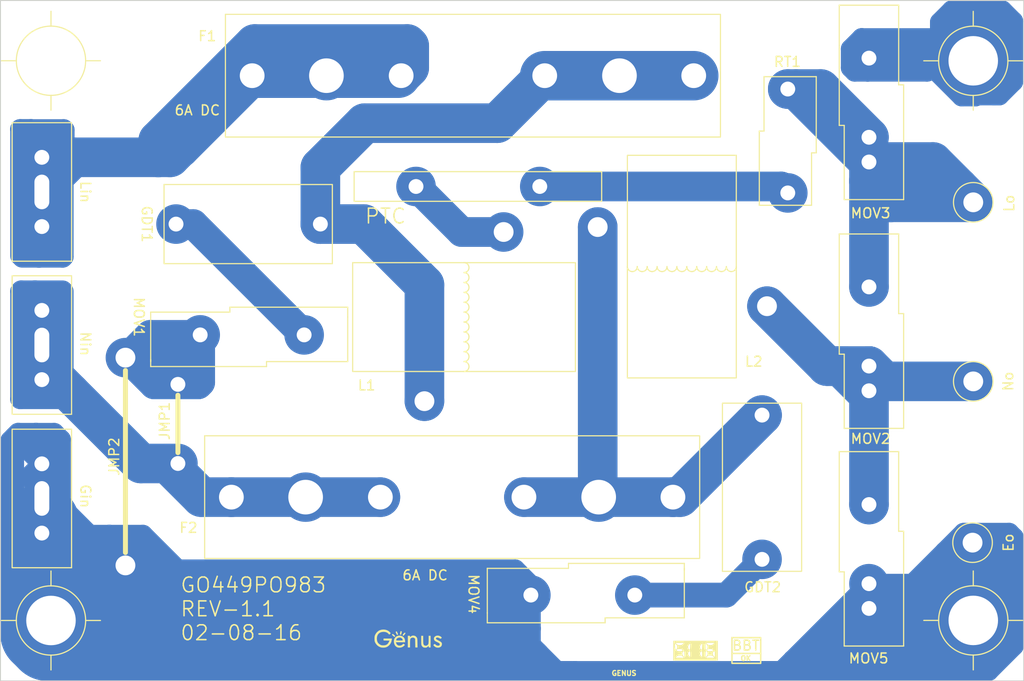
<source format=kicad_pcb>
(kicad_pcb (version 20211014) (generator pcbnew)
  (layers (0 "F.Cu" signal) (31 "B.Cu" signal) (34 "B.Paste" user) (35 "F.Paste" user) (36 "B.SilkS" user "B.Silkscreen") (37 "F.SilkS" user "F.Silkscreen") (38 "B.Mask" user) (39 "F.Mask" user) (44 "Edge.Cuts" user))
  (net 0 "")
  (net 1 "Net-(EO1-Pad1)")
  (net 2 "Net-(F1-Pad1)")
  (net 3 "Net-(F1-Pad2)")
  (net 4 "Net-(F2-Pad1)")
  (net 5 "Net-(F2-Pad2)")
  (net 6 "Net-(MOV1-Pad2)")
  (net 7 "Net-(GDT2-Pad1)")
  (net 8 "Net-(Lo1-Pad1)")
  (net 9 "Net-(L2-Pad2)")
  (net 10 "Earth_Protective")
  (net 11 "Net-(L1-Pad2)")
  (net 12 "Net-(PTC1-Pad2)")
  (net 14 "Net-(JP1-Pad2)")
  (footprint "CCU:Out_conn" (layer "F.Cu") (at 139.3 105.6 90)
    (fp_text reference "EO1" hide)
    (fp_text value "Eo" (at 0 3.628172 90 unlocked) (layer "F.SilkS"))
    (pad "1" thru_hole circle locked (at 0 0 90) (size 4 4) (drill 2) (layers *.Cu *.Mask) (remove_unused_layers) (net 1 "Net-(EO1-Pad1)"))
  )
  (footprint "CCU:Out_conn" (layer "F.Cu") (at 139.371828 71.2)
    (fp_text reference "Lo1" hide)
    (fp_text value "Lo" (at 3.628172 0.1 90 unlocked) (layer "F.SilkS"))
    (pad "1" thru_hole circle locked (at 0 0) (size 4 4) (drill 2) (layers *.Cu *.Mask) (remove_unused_layers) (net 8 "Net-(Lo1-Pad1)"))
  )
  (footprint "CCU:quickfit_PCB" (layer "F.Cu") (at 45.294128 70.151681 90)
    (fp_text reference "Lin1" hide)
    (fp_text value "Lin" (at 0 4.405872 270 unlocked) (layer "F.SilkS"))
    (pad "1" thru_hole circle locked (at -3.5 0 90) (size 2 2) (drill 1.5) (layers *.Cu *.Mask) (remove_unused_layers) (net 2 "Net-(F1-Pad1)"))
    (pad "1" thru_hole roundrect locked (at 0 0 90) (size 4 2) (drill oval 3.5 1.5) (layers *.Cu *.Mask) (remove_unused_layers) (net 2 "Net-(F1-Pad1)"))
    (pad "1" thru_hole circle locked (at 3.5 0 90) (size 2 2) (drill 1.5) (layers *.Cu *.Mask) (remove_unused_layers) (net 2 "Net-(F1-Pad1)"))
  )
  (footprint "CCU:Graphics" (layer "F.Cu") (at 111.3 116.5)
    (fp_text reference "G***" hide)
    (fp_text value "LOGO" hide)
  )
  (footprint "CCU:CCU_GND_PT" (layer "F.Cu") (at 46.216162 56.890035)
    (fp_text reference "H4" hide)
    (fp_text value "MountingHole_Pad" hide)
    (pad "1" thru_hole circle (at 0 0) (size 7 7) (drill 5) (layers *.Cu *.Mask) (remove_unused_layers))
  )
  (footprint "CCU:CCU_GND_PT" (layer "F.Cu") (at 139.371828 113.461257)
    (fp_text reference "H2" hide)
    (fp_text value "H2" hide)
    (pad "1" thru_hole circle (at 0 0) (size 7 7) (drill 5) (layers *.Cu *.Mask) (remove_unused_layers) (net 1 "Net-(EO1-Pad1)"))
  )
  (footprint "CCU:CCU_GND_PT" (layer "F.Cu") (at 139.368909 56.896463)
    (fp_text reference "H1" hide)
    (fp_text value "H1" hide)
    (pad "1" thru_hole circle locked (at 0 0) (size 7 7) (drill 5) (layers *.Cu *.Mask) (remove_unused_layers) (net 10 "Earth_Protective"))
  )
  (footprint "CCU:CCU_PTC" (layer "F.Cu") (at 89.336702 69.6)
    (fp_text reference "PTC1" hide)
    (fp_text value "PTC" (at -9.336702 3 unlocked) (layer "F.SilkS") (effects (font (size 1.5 1.5))))
    (pad "1" thru_hole circle locked (at -6.25 0) (size 4 4) (drill 1.5) (layers *.Cu *.Mask) (remove_unused_layers) (net 11 "Net-(L1-Pad2)"))
    (pad "2" thru_hole circle locked (at 6.25 0) (size 4 4) (drill 1.5) (layers *.Cu *.Mask) (remove_unused_layers) (net 12 "Net-(PTC1-Pad2)"))
  )
  (footprint "CCU:CCU_IND" (layer "F.Cu") (at 109.936702 77.7 -90)
    (fp_text reference "L2" hide)
    (fp_text value "L2" (at 9.6 -7.263298 unlocked) (layer "F.SilkS"))
    (pad "1" thru_hole circle (at -4 8.5 270) (size 4 4) (drill 2) (layers *.Cu *.Mask) (remove_unused_layers) (net 5 "Net-(F2-Pad2)"))
    (pad "2" thru_hole circle (at 4 -8.6 270) (size 4 4) (drill 2) (layers *.Cu *.Mask) (remove_unused_layers) (net 9 "Net-(L2-Pad2)"))
  )
  (footprint "CCU:Jump2" (layer "F.Cu") (at 53.736702 97.4 90)
    (fp_text reference "JP2" hide)
    (fp_text value "JMP2" (at 0.5 -1.136702 90 unlocked) (layer "F.SilkS"))
    (pad "1" thru_hole circle locked (at -10.5 0 90) (size 4 4) (drill 2) (layers *.Cu *.Mask) (remove_unused_layers) (net 1 "Net-(EO1-Pad1)"))
    (pad "2" thru_hole circle locked (at 10.5 0 90) (size 4 4) (drill 2) (layers *.Cu *.Mask) (remove_unused_layers) (net 14 "Net-(JP1-Pad2)"))
  )
  (footprint "CCU:genus_logo" (layer "F.Cu") (at 82.18419 115.392677)
    (fp_text reference "G***" hide)
    (fp_text value "LOGO" hide)
  )
  (footprint "CCU:quickfit_PCB" (layer "F.Cu") (at 45.294128 85.624526 90)
    (fp_text reference "Nin1" hide)
    (fp_text value "Nin" (at 0.124526 4.405872 270 unlocked) (layer "F.SilkS"))
    (pad "1" thru_hole roundrect locked (at 0 0 90) (size 4 2) (drill oval 3.5 1.5) (layers *.Cu *.Mask) (remove_unused_layers) (net 4 "Net-(F2-Pad1)"))
    (pad "1" thru_hole circle locked (at 3.5 0 90) (size 2 2) (drill 1.5) (layers *.Cu *.Mask) (remove_unused_layers) (net 4 "Net-(F2-Pad1)"))
    (pad "1" thru_hole circle locked (at -3.5 0 90) (size 2 2) (drill 1.5) (layers *.Cu *.Mask) (remove_unused_layers) (net 4 "Net-(F2-Pad1)"))
  )
  (footprint "CCU:CCU_Vari_1" (layer "F.Cu") (at 65.286702 84.6)
    (fp_text reference "MOV1" hide)
    (fp_text value "MOV1" (at -10.186702 -1.8 270 unlocked) (layer "F.SilkS"))
    (pad "1" thru_hole circle locked (at -4 0) (size 4 4) (drill 1.5) (layers *.Cu *.Mask) (remove_unused_layers) (net 14 "Net-(JP1-Pad2)"))
    (pad "2" thru_hole circle locked (at 6.5 0) (size 4 4) (drill 1.5) (layers *.Cu *.Mask) (remove_unused_layers) (net 6 "Net-(MOV1-Pad2)"))
  )
  (footprint "CCU:CCU_Vari" (layer "F.Cu") (at 128.836702 105.75 -90)
    (fp_text reference "MOV5" hide)
    (fp_text value "MOV5" (at 11.55 0.036702 unlocked) (layer "F.SilkS"))
    (pad "1" thru_hole circle locked (at 4 0 270) (size 4 4) (drill 1.5) (layers *.Cu *.Mask) (remove_unused_layers) (net 1 "Net-(EO1-Pad1)"))
    (pad "1" thru_hole circle locked (at 6.5 0 270) (size 4 4) (drill 1.5) (layers *.Cu *.Mask) (remove_unused_layers) (net 1 "Net-(EO1-Pad1)"))
    (pad "2" thru_hole circle locked (at -4 0 270) (size 4 4) (drill 1.5) (layers *.Cu *.Mask) (remove_unused_layers) (net 9 "Net-(L2-Pad2)"))
  )
  (footprint "CCU:Fuse_holder" (layer "F.Cu") (at 86.736702 101)
    (fp_text reference "F2" (at -26.636702 3.1 unlocked) (layer "F.SilkS"))
    (fp_text value "6A DC" (at -2.736702 7.9 unlocked) (layer "F.SilkS"))
    (pad "1" thru_hole circle locked (at -22.3 0) (size 4 4) (drill 2.5) (layers *.Cu *.Mask) (remove_unused_layers) (net 4 "Net-(F2-Pad1)"))
    (pad "1" thru_hole circle locked (at -14.8 0) (size 5 5) (drill 3.5) (layers *.Cu *.Mask) (remove_unused_layers) (net 4 "Net-(F2-Pad1)"))
    (pad "1" thru_hole circle locked (at -7.25 0) (size 4 4) (drill 2.5) (layers *.Cu *.Mask) (remove_unused_layers) (net 4 "Net-(F2-Pad1)"))
    (pad "2" thru_hole circle locked (at 22.3 0) (size 4 4) (drill 2.5) (layers *.Cu *.Mask) (remove_unused_layers) (net 5 "Net-(F2-Pad2)"))
    (pad "2" thru_hole circle locked (at 7.25 0) (size 4 4) (drill 2.5) (layers *.Cu *.Mask) (remove_unused_layers) (net 5 "Net-(F2-Pad2)"))
    (pad "2" thru_hole circle locked (at 14.8 0) (size 5 5) (drill 3.5) (layers *.Cu *.Mask) (remove_unused_layers) (net 5 "Net-(F2-Pad2)"))
  )
  (footprint "CCU:CCU_Vari" (layer "F.Cu") (at 128.836702 83.75 -90)
    (fp_text reference "MOV2" hide)
    (fp_text value "MOV2" (at 11.35 -0.163298 unlocked) (layer "F.SilkS"))
    (pad "1" thru_hole circle locked (at 6.5 0 270) (size 4 4) (drill 1.5) (layers *.Cu *.Mask) (remove_unused_layers) (net 9 "Net-(L2-Pad2)"))
    (pad "1" thru_hole circle locked (at 4 0 270) (size 4 4) (drill 1.5) (layers *.Cu *.Mask) (remove_unused_layers) (net 9 "Net-(L2-Pad2)"))
    (pad "2" thru_hole circle locked (at -4 0 270) (size 4 4) (drill 1.5) (layers *.Cu *.Mask) (remove_unused_layers) (net 8 "Net-(Lo1-Pad1)"))
  )
  (footprint "CCU:CCU_GND_PT" (layer "F.Cu") (at 46.216162 113.468243)
    (fp_text reference "H3" hide)
    (fp_text value "H2" hide)
    (pad "1" thru_hole circle locked (at 0 0) (size 7 7) (drill 5) (layers *.Cu *.Mask) (remove_unused_layers) (net 1 "Net-(EO1-Pad1)"))
  )
  (footprint "CCU:Jump1" (layer "F.Cu") (at 59.036702 93.6 90)
    (fp_text reference "JP1" hide)
    (fp_text value "JMP1" (at 0.3 -1.336702 90 unlocked) (layer "F.SilkS"))
    (pad "1" thru_hole circle locked (at -4 0 90) (size 2.5 2.5) (drill 1.5) (layers *.Cu *.Mask) (remove_unused_layers) (net 4 "Net-(F2-Pad1)"))
    (pad "2" thru_hole circle locked (at 4 0 90) (size 2.5 2.5) (drill 1.5) (layers *.Cu *.Mask) (remove_unused_layers) (net 14 "Net-(JP1-Pad2)"))
  )
  (footprint "CCU:Out_conn" (layer "F.Cu") (at 139.371828 89.3)
    (fp_text reference "No1" hide)
    (fp_text value "No" (at 3.528172 0 90 unlocked) (layer "F.SilkS"))
    (pad "1" thru_hole circle locked (at 0 0) (size 4 4) (drill 2) (layers *.Cu *.Mask) (remove_unused_layers) (net 9 "Net-(L2-Pad2)"))
  )
  (footprint "CCU:CCU_RTI" (layer "F.Cu") (at 120.636702 65 90)
    (fp_text reference "RT1" hide)
    (fp_text value "RT1" (at 8 -0.036702 unlocked) (layer "F.SilkS"))
    (pad "1" thru_hole circle locked (at -5.25 0 90) (size 4 4) (drill 1.5) (layers *.Cu *.Mask) (remove_unused_layers) (net 12 "Net-(PTC1-Pad2)"))
    (pad "2" thru_hole circle locked (at 5.25 0 90) (size 4 4) (drill 1.5) (layers *.Cu *.Mask) (remove_unused_layers) (net 8 "Net-(Lo1-Pad1)"))
  )
  (footprint "CCU:CCU_Vari" (layer "F.Cu") (at 128.836702 60.625 -90)
    (fp_text reference "MOV3" hide)
    (fp_text value "MOV3" (at 11.675 -0.163298 unlocked) (layer "F.SilkS"))
    (pad "1" thru_hole circle (at 6.5 0 270) (size 4 4) (drill 1.5) (layers *.Cu *.Mask) (remove_unused_layers) (net 8 "Net-(Lo1-Pad1)"))
    (pad "1" thru_hole circle (at 4 0 270) (size 4 4) (drill 1.5) (layers *.Cu *.Mask) (remove_unused_layers) (net 8 "Net-(Lo1-Pad1)"))
    (pad "2" thru_hole circle (at -4 0 270) (size 4 4) (drill 1.5) (layers *.Cu *.Mask) (remove_unused_layers) (net 10 "Earth_Protective"))
  )
  (footprint "CCU:Fuse_holder" (layer "F.Cu") (at 88.836702 58.4)
    (fp_text reference "F1" (at -26.836702 -4 unlocked) (layer "F.SilkS"))
    (fp_text value "6A DC" (at -27.836702 3.5 unlocked) (layer "F.SilkS"))
    (pad "1" thru_hole circle locked (at -22.3 0) (size 4 4) (drill 2.5) (layers *.Cu *.Mask) (remove_unused_layers) (net 2 "Net-(F1-Pad1)"))
    (pad "1" thru_hole circle locked (at -14.8 0) (size 5 5) (drill 3.5) (layers *.Cu *.Mask) (remove_unused_layers) (net 2 "Net-(F1-Pad1)"))
    (pad "1" thru_hole circle locked (at -7.25 0) (size 4 4) (drill 2.5) (layers *.Cu *.Mask) (remove_unused_layers) (net 2 "Net-(F1-Pad1)"))
    (pad "2" thru_hole circle locked (at 22.3 0) (size 4 4) (drill 2.5) (layers *.Cu *.Mask) (remove_unused_layers) (net 3 "Net-(F1-Pad2)"))
    (pad "2" thru_hole circle locked (at 14.8 0) (size 5 5) (drill 3.5) (layers *.Cu *.Mask) (remove_unused_layers) (net 3 "Net-(F1-Pad2)"))
    (pad "2" thru_hole circle locked (at 7.25 0) (size 4 4) (drill 2.5) (layers *.Cu *.Mask) (remove_unused_layers) (net 3 "Net-(F1-Pad2)"))
  )
  (footprint "CCU:CCU_GDT" (layer "F.Cu") (at 118.036702 100 90)
    (fp_text reference "GDT2" hide)
    (fp_text value "GDT2" (at -10.1 0.063298 unlocked) (layer "F.SilkS"))
    (pad "1" thru_hole circle locked (at -7.29 0 90) (size 4 4) (drill 1.5) (layers *.Cu *.Mask) (remove_unused_layers) (net 7 "Net-(GDT2-Pad1)"))
    (pad "3" thru_hole circle locked (at 7.29 0 90) (size 4 4) (drill 1.5) (property pad_prop_bga) (layers *.Cu *.Mask) (remove_unused_layers) (net 5 "Net-(F2-Pad2)"))
  )
  (footprint "CCU:quickfit_PCB" (layer "F.Cu") (at 45.294128 101.133252 90)
    (fp_text reference "Gin1" hide)
    (fp_text value "Gin" (at 0.233252 4.405872 270 unlocked) (layer "F.SilkS"))
    (pad "1" thru_hole circle locked (at -3.5 0 90) (size 2 2) (drill 1.5) (layers *.Cu *.Mask) (remove_unused_layers) (net 1 "Net-(EO1-Pad1)"))
    (pad "1" thru_hole circle locked (at 3.5 0 90) (size 2 2) (drill 1.5) (layers *.Cu *.Mask) (remove_unused_layers) (net 1 "Net-(EO1-Pad1)"))
    (pad "1" thru_hole roundrect locked (at 0 0 90) (size 4 2) (drill oval 3.5 1.5) (layers *.Cu *.Mask) (remove_unused_layers) (net 1 "Net-(EO1-Pad1)"))
  )
  (footprint "CCU:CCU_IND" (layer "F.Cu") (at 87.936702 82.8)
    (fp_text reference "L1" hide)
    (fp_text value "L1" (at -9.836702 6.9 unlocked) (layer "F.SilkS"))
    (pad "1" thru_hole circle locked (at -4 8.5) (size 4 4) (drill 2) (layers *.Cu *.Mask) (remove_unused_layers) (net 3 "Net-(F1-Pad2)"))
    (pad "2" thru_hole circle locked (at 4 -8.6) (size 4 4) (drill 2) (layers *.Cu *.Mask) (remove_unused_layers) (net 11 "Net-(L1-Pad2)"))
  )
  (footprint "CCU:CCU_Vari_1" (layer "F.Cu") (at 101.186702 110.9 180)
    (fp_text reference "MOV4" hide)
    (fp_text value "MOV4" (at 12.286702 0.1 270 unlocked) (layer "F.SilkS"))
    (pad "1" thru_hole circle (at -4 0 180) (size 4 4) (drill 1.5) (layers *.Cu *.Mask) (remove_unused_layers) (net 7 "Net-(GDT2-Pad1)"))
    (pad "2" thru_hole circle (at 6.5 0 180) (size 4 4) (drill 1.5) (layers *.Cu *.Mask) (remove_unused_layers) (net 1 "Net-(EO1-Pad1)"))
  )
  (footprint "CCU:CCU_GDT" (layer "F.Cu") (at 66.136702 73.4)
    (fp_text reference "GDT1" hide)
    (fp_text value "GDT1" (at -10.236702 0 270 unlocked) (layer "F.SilkS"))
    (pad "1" thru_hole circle (at -7.29 0) (size 4 4) (drill 1.5) (layers *.Cu *.Mask) (remove_unused_layers) (net 6 "Net-(MOV1-Pad2)"))
    (pad "3" thru_hole circle (at 7.29 0) (size 4 4) (drill 1.5) (property pad_prop_bga) (layers *.Cu *.Mask) (remove_unused_layers) (net 3 "Net-(F1-Pad2)"))
  )
  (gr_rect (start 115 115.2) (end 117.9 117.8) (layer "F.SilkS") (width 0.15) (fill none))
  (gr_line (start 115 116.8) (end 117.9 116.8) (layer "F.SilkS") (width 0.15))
  (gr_rect (start 41.116702 50.8) (end 144.466702 119.57) (layer "Edge.Cuts") (width 0.1) (fill none))
  (gr_text "GO449PO983\nREV-1.1\n02-08-16" (at 59.2 112.3) (layer "F.SilkS") (effects (font (size 1.5 1.5)) (justify left)))
  (gr_text "BBT" (at 116.4 116) (layer "F.SilkS") (effects (font (size 1 1))))
  (gr_text "OK" (at 116.4 117.3) (layer "F.SilkS") (effects (font (size 0.5 0.5) (thickness 0.125))))
  (gr_text "GENUS" (at 104.1 118.8) (layer "F.SilkS") (effects (font (size 0.5 0.5) (thickness 0.125))))
  (segment (start 47.221573 95.178427) (end 47.221573 101.566683) (width 2) (layer "B.Cu") (net 1))
  (segment (start 140.4 114.489429) (end 139.371828 113.461257) (width 2) (layer "B.Cu") (net 1))
  (segment (start 132.4 114.6) (end 126.486702 114.6) (width 4) (layer "B.Cu") (net 1))
  (segment (start 94.93 116.2) (end 93.5 116.2) (width 2) (layer "B.Cu") (net 1))
  (segment (start 126.7 116.3) (end 127.3 115.7) (width 2) (layer "B.Cu") (net 1))
  (segment (start 95.515 116.785) (end 97.3 118.57) (width 2) (layer "B.Cu") (net 1))
  (segment (start 126.343351 114.743351) (end 127.3 115.7) (width 2) (layer "B.Cu") (net 1))
  (segment (start 133.538743 113.461257) (end 132.4 114.6) (width 2) (layer "B.Cu") (net 1))
  (segment (start 140.93 115.019429) (end 139.371828 113.461257) (width 2) (layer "B.Cu") (net 1))
  (segment (start 97.3 118.57) (end 99.13 118.57) (width 2) (layer "B.Cu") (net 1))
  (segment (start 54.8 107.9) (end 55.8 106.9) (width 2) (layer "B.Cu") (net 1))
  (segment (start 143.466702 107.5) (end 142.466702 106.5) (width 2) (layer "B.Cu") (net 1))
  (segment (start 87.53 115.57) (end 90.5 112.6) (width 8) (layer "B.Cu") (net 1))
  (segment (start 118.23 118.57) (end 140.93 118.57) (width 2) (layer "B.Cu") (net 1))
  (segment (start 139.371828 106.5) (end 137.171828 108.7) (width 2) (layer "B.Cu") (net 1))
  (segment (start 94.686702 114.286702) (end 92.186702 114.286702) (width 2) (layer "B.Cu") (net 1))
  (segment (start 140.4 117) (end 140.4 114.489429) (width 2) (layer "B.Cu") (net 1))
  (segment (start 95.365 116.635) (end 92.565 116.635) (width 2) (layer "B.Cu") (net 1))
  (segment (start 138.561257 113.461257) (end 135.485914 110.385914) (width 2) (layer "B.Cu") (net 1))
  (segment (start 46.543146 94.5) (end 47.221573 95.178427) (width 2) (layer "B.Cu") (net 1))
  (segment (start 142.566383 110.266702) (end 139.371828 113.461257) (width 2) (layer "B.Cu") (net 1))
  (segment (start 143.466702 105.066702) (end 143.466702 107.5) (width 2) (layer "B.Cu") (net 1))
  (segment (start 137.133085 115.7) (end 139.371828 113.461257) (width 2) (layer "B.Cu") (net 1))
  (segment (start 126.343351 114.743351) (end 124.786702 116.3) (width 2) (layer "B.Cu") (net 1))
  (segment (start 50.1 104.8) (end 52.1 104.8) (width 2) (layer "B.Cu") (net 1))
  (segment (start 142.466702 106.5) (end 139.371828 106.5) (width 2) (layer "B.Cu") (net 1))
  (segment (start 52.1 104.8) (end 55.5 104.8) (width 2) (layer "B.Cu") (net 1))
  (segment (start 94.686702 110.9) (end 94.686702 114.286702) (width 2) (layer "B.Cu") (net 1))
  (segment (start 128.836702 109.75) (end 130.35 109.75) (width 2) (layer "B.Cu") (net 1))
  (segment (start 58.3 109.4) (end 92 109.4) (width 2) (layer "B.Cu") (net 1))
  (segment (start 60.93 115.57) (end 55.97 115.57) (width 8) (layer "B.Cu") (net 1))
  (segment (start 136.5 108.028172) (end 137.171828 108.7) (width 2) (layer "B.Cu") (net 1))
  (segment (start 59 108.3) (end 93.1 108.3) (width 2) (layer "B.Cu") (net 1))
  (segment (start 135.485914 110.385914) (end 141.714086 110.385914) (width 2) (layer "B.Cu") (net 1))
  (segment (start 121.143351 117.443351) (end 120.016702 118.57) (width 2) (layer "B.Cu") (net 1))
  (segment (start 133.621828 112.25) (end 133.621828 115.621828) (width 2) (layer "B.Cu") (net 1))
  (segment (start 42.116702 102.8) (end 42.116702 95.283298) (width 2) (layer "B.Cu") (net 1))
  (segment (start 134.238743 113.461257) (end 134.238743 114.138743) (width 2) (layer "B.Cu") (net 1))
  (segment (start 128.836702 109.75) (end 133.25 109.75) (width 2) (layer "B.Cu") (net 1))
  (segment (start 60.93 115.57) (end 87.53 115.57) (width 8) (layer "B.Cu") (net 1))
  (segment (start 139.371828 113.461257) (end 138.561257 113.461257) (width 2) (layer "B.Cu") (net 1))
  (segment (start 137.171828 108.7) (end 135.7 108.7) (width 2) (layer "B.Cu") (net 1))
  (segment (start 130.35 109.75) (end 131.8 111.2) (width 2) (layer "B.Cu") (net 1))
  (segment (start 55.136702 109.3) (end 56.7 109.3) (width 2) (layer "B.Cu") (net 1))
  (segment (start 99.13 118.57) (end 83.9 118.57) (width 2) (layer "B.Cu") (net 1))
  (segment (start 128.836702 112.25) (end 138.160571 112.25) (width 2) (layer "B.Cu") (net 1))
  (segment (start 141.8 115.2) (end 140.061257 113.461257) (width 4) (layer "B.Cu") (net 1))
  (segment (start 45.3 95.1) (end 44.7 94.5) (width 2) (layer "B.Cu") (net 1))
  (segment (start 94.686702 114.286702) (end 94.686702 115.956702) (width 2) (layer "B.Cu") (net 1))
  (segment (start 139.956649 117.443351) (end 140.4 117) (width 2) (layer "B.Cu") (net 1))
  (segment (start 44.7 94.5) (end 46.543146 94.5) (width 2) (layer "B.Cu") (net 1))
  (segment (start 143.466702 107.5) (end 143.466702 111.533298) (width 2) (layer "B.Cu") (net 1))
  (segment (start 134.238743 113.461257) (end 133.538743 113.461257) (width 2) (layer "B.Cu") (net 1))
  (segment (start 92.565 116.635) (end 92 117.2) (width 2) (layer "B.Cu") (net 1))
  (segment (start 124.786702 116.3) (end 126.7 116.3) (width 2) (layer "B.Cu") (net 1))
  (segment (start 143.466702 110.266702) (end 143.466702 107.5) (width 2) (layer "B.Cu") (net 1))
  (segment (start 128.836702 112.25) (end 126.343351 114.743351) (width 2) (layer "B.Cu") (net 1))
  (segment (start 45.294128 104.633252) (end 43.460876 102.8) (width 2) (layer "B.Cu") (net 1))
  (segment (start 47.221573 101.566683) (end 45.294128 103.494128) (width 2) (layer "B.Cu") (net 1))
  (segment (start 133.7 115.7) (end 137.133085 115.7) (width 2) (layer "B.Cu") (net 1))
  (segment (start 139.371828 106.5) (end 136.5 106.5) (width 2) (layer "B.Cu") (net 1))
  (segment (start 126.486702 114.6) (end 126.343351 114.743351) (width 2) (layer "B.Cu") (net 1))
  (segment (start 121.143351 117.443351) (end 134.243351 117.443351) (width 2) (layer "B.Cu") (net 1))
  (segment (start 128.836702 112.25) (end 132.15 112.25) (width 4) (layer "B.Cu") (net 1))
  (segment (start 133.621828 115.621828) (end 133.7 115.7) (width 2) (layer "B.Cu") (net 1))
  (segment (start 132.15 112.25) (end 133.8 110.6) (width 2) (layer "B.Cu") (net 1))
  (segment (start 46.433252 101.133252) (end 50.1 104.8) (width 2) (layer "B.Cu") (net 1))
  (segment (start 133.8 110.6) (end 134.1 110.3) (width 2) (layer "B.Cu") (net 1))
  (segment (start 139.9 106.5) (end 141.7 108.3) (width 2) (layer "B.Cu") (net 1))
  (segment (start 136.5 106.5) (end 138.4 104.6) (width 2) (layer "B.Cu") (net 1))
  (segment (start 45.87 115.57) (end 60.93 115.57) (width 8) (layer "B.Cu") (net 1))
  (segment (start 134.243351 117.443351) (end 134.243351 116.856649) (width 2) (layer "B.Cu") (net 1))
  (segment (start 45.116702 114.816702) (end 45.87 115.57) (width 8) (layer "B.Cu") (net 1))
  (segment (start 99.13 118.57) (end 118.23 118.57) (width 2) (layer "B.Cu") (net 1))
  (segment (start 134.243351 116.856649) (end 135.6 115.5) (width 2) (layer "B.Cu") (net 1))
  (segment (start 53.736702 107.263298) (end 55 106) (width 2) (layer "B.Cu") (net 1))
  (segment (start 135.7 108.7) (end 135.485914 108.914086) (width 2) (layer "B.Cu") (net 1))
  (segment (start 139.371828 106.5) (end 139.9 106.5) (width 2) (layer "B.Cu") (net 1))
  (segment (start 134.238743 113.461257) (end 139.371828 113.461257) (width 2) (layer "B.Cu") (net 1))
  (segment (start 134.243351 117.443351) (end 139.956649 117.443351) (width 2) (layer "B.Cu") (net 1))
  (segment (start 124.786702 116.3) (end 124.5 116.3) (width 2) (layer "B.Cu") (net 1))
  (segment (start 92 109.4) (end 92.1 109.3) (width 2) (layer "B.Cu") (net 1))
  (segment (start 143 104.6) (end 143.466702 105.066702) (width 2) (layer "B.Cu") (net 1))
  (segment (start 138.160571 112.25) (end 139.371828 113.461257) (width 2) (layer "B.Cu") (net 1))
  (segment (start 140.93 118.57) (end 143.466702 116.033298) (width 2) (layer "B.Cu") (net 1))
  (segment (start 138.4 114.433085) (end 138.4 116.2) (width 2) (layer "B.Cu") (net 1))
  (segment (start 120.016702 118.57) (end 118.23 118.57) (width 2) (layer "B.Cu") (net 1))
  (segment (start 42.116702 95.283298) (end 42.9 94.5) (width 2) (layer "B.Cu") (net 1))
  (segment (start 143.466702 110.266702) (end 142.566383 110.266702) (width 2) (layer "B.Cu") (net 1))
  (segment (start 53.736702 107.9) (end 55.136702 109.3) (width 2) (layer "B.Cu") (net 1))
  (segment (start 53.736702 106.436702) (end 52.1 104.8) (width 2) (layer "B.Cu") (net 1))
  (segment (start 135.485914 108.914086) (end 135.485914 110.385914) (width 2) (layer "B.Cu") (net 1))
  (segment (start 56.736702 110.9) (end 53.736702 107.9) (width 2) (layer "B.Cu") (net 1))
  (segment (start 135.6 115.5) (end 135.9 115.2) (width 8) (layer "B.Cu") (net 1))
  (segment (start 53.736702 107.9) (end 54.8 107.9) (width 2) (layer "B.Cu") (net 1))
  (segment (start 44 99.1) (end 44 98.92738) (width 2) (layer "B.Cu") (net 1))
  (segment (start 128.836702 112.25) (end 128.836702 109.75) (width 2) (layer "B.Cu") (net 1))
  (segment (start 127.3 115.7) (end 133.7 115.7) (width 2) (layer "B.Cu") (net 1))
  (segment (start 44.7 94.5) (end 42.9 94.5) (width 2) (layer "B.Cu") (net 1))
  (segment (start 141.714086 110.385914) (end 142.1 110) (width 2) (layer "B.Cu") (net 1))
  (segment (start 139.371828 113.461257) (end 138.4 114.433085) (width 2) (layer "B.Cu") (net 1))
  (segment (start 45.116702 103.671554) (end 45.116702 114.816702) (width 8) (layer "B.Cu") (net 1))
  (segment (start 135.7 108.7) (end 140.4 108.7) (width 2) (layer "B.Cu") (net 1))
  (segment (start 55.8 106.9) (end 58.3 109.4) (width 2) (layer "B.Cu") (net 1))
  (segment (start 53.736702 107.9) (end 53.736702 107.263298) (width 2) (layer "B.Cu") (net 1))
  (segment (start 42.9 94.5) (end 42.5 94.9) (width 2) (layer "B.Cu") (net 1))
  (segment (start 128.836702 112.25) (end 133.621828 112.25) (width 2) (layer "B.Cu") (net 1))
  (segment (start 143.466702 116.033298) (end 143.466702 110.266702) (width 2) (layer "B.Cu") (net 1))
  (segment (start 134.6 111.4) (end 142.2 111.4) (width 2) (layer "B.Cu") (net 1))
  (segment (start 42.5 101.054852) (end 45.116702 103.671554) (width 2) (layer "B.Cu") (net 1))
  (segment (start 45.294128 97.633252) (end 45.294128 101.133252) (width 2) (layer "B.Cu") (net 1))
  (segment (start 45.294128 101.133252) (end 46.433252 101.133252) (width 2) (layer "B.Cu") (net 1))
  (segment (start 44.1 96.439124) (end 44.1 96.1) (width 2) (layer "B.Cu") (net 1))
  (segment (start 133.8 110.6) (end 134.6 111.4) (width 2) (layer "B.Cu") (net 1))
  (segment (start 133.621828 112.25) (end 135.485914 110.385914) (width 2) (layer "B.Cu") (net 1))
  (segment (start 93.1 108.3) (end 94.686702 109.886702) (width 2) (layer "B.Cu") (net 1))
  (segment (start 95.515 116.785) (end 94.93 116.2) (width 2) (layer "B.Cu") (net 1))
  (segment (start 128.836702 109.75) (end 121.143351 117.443351) (width 2) (layer "B.Cu") (net 1))
  (segment (start 134.238743 114.138743) (end 135.6 115.5) (width 2) (layer "B.Cu") (net 1))
  (segment (start 55.97 115.57) (end 49.6 109.2) (width 8) (layer "B.Cu") (net 1))
  (segment (start 94.686702 115.956702) (end 95.365 116.635) (width 2) (layer "B.Cu") (net 1))
  (segment (start 92.186702 114.286702) (end 90.5 112.6) (width 2) (layer "B.Cu") (net 1))
  (segment (start 138.4 104.6) (end 143 104.6) (width 2) (layer "B.Cu") (net 1))
  (segment (start 43.460876 102.8) (end 42.116702 102.8) (width 2) (layer "B.Cu") (net 1))
  (segment (start 139.371828 106.5) (end 139.371828 113.461257) (width 2) (layer "B.Cu") (net 1))
  (segment (start 140.4 108.7) (end 140.7 109) (width 4) (layer "B.Cu") (net 1))
  (segment (start 94.686702 109.886702) (end 94.686702 110.9) (width 2) (layer "B.Cu") (net 1))
  (segment (start 45.294128 95.105872) (end 45.3 95.1) (width 2) (layer "B.Cu") (net 1))
  (segment (start 95.365 116.635) (end 95.515 116.785) (width 2) (layer "B.Cu") (net 1))
  (segment (start 45.294128 97.633252) (end 45.294128 95.105872) (width 2) (layer "B.Cu") (net 1))
  (segment (start 143.466702 111.533298) (end 141.538743 113.461257) (width 2) (layer "B.Cu") (net 1))
  (segment (start 53.736702 107.9) (end 53.736702 106.436702) (width 2) (layer "B.Cu") (net 1))
  (segment (start 140.93 118.57) (end 140.93 115.019429) (width 2) (layer "B.Cu") (net 1))
  (segment (start 45.294128 97.633252) (end 44.1 96.439124) (width 2) (layer "B.Cu") (net 1))
  (segment (start 55.5 104.8) (end 59 108.3) (width 2) (layer "B.Cu") (net 1))
  (segment (start 136.5 106.5) (end 133.25 109.75) (width 2) (layer "B.Cu") (net 1))
  (segment (start 141.538743 113.461257) (end 140.061257 113.461257) (width 2) (layer "B.Cu") (net 1))
  (segment (start 45.294128 97.633252) (end 44 98.92738) (width 2) (layer "B.Cu") (net 1))
  (segment (start 94.686702 110.9) (end 56.736702 110.9) (width 2) (layer "B.Cu") (net 1))
  (segment (start 53.736702 107.9) (end 53.736702 106.836702) (width 2) (layer "B.Cu") (net 1))
  (segment (start 140.061257 113.461257) (end 139.371828 113.461257) (width 2) (layer "B.Cu") (net 1))
  (segment (start 42.5 94.9) (end 42.5 101.054852) (width 2) (layer "B.Cu") (net 1))
  (segment (start 53.736702 106.836702) (end 52.9 106) (width 2) (layer "B.Cu") (net 1))
  (segment (start 136.5 106.5) (end 136.5 108.028172) (width 2) (layer "B.Cu") (net 1))
  (segment (start 45.294128 64.894128) (end 44.2 63.8) (width 2) (layer "B.Cu") (net 2))
  (segment (start 66.536702 58.2) (end 66.736702 58.4) (width 4.5) (layer "B.Cu") (net 2))
  (segment (start 45.294128 66.651681) (end 45.294128 64.894128) (width 2) (layer "B.Cu") (net 2))
  (segment (start 46.871224 75.228776) (end 45.294128 73.651681) (width 2) (layer "B.Cu") (net 2))
  (segment (start 47.6 65.4) (end 46.6 66.4) (width 2) (layer "B.Cu") (net 2))
  (segment (start 82.2 55.2) (end 82.4 55.4) (width 4) (layer "B.Cu") (net 2))
  (segment (start 57.051681 66.651681) (end 58.248319 66.651681) (width 4) (layer "B.Cu") (net 2))
  (segment (start 47.6 63.9) (end 47.6 65.4) (width 2) (layer "B.Cu") (net 2))
  (segment (start 43.3 76.8) (end 45 76.8) (width 2) (layer "B.Cu") (net 2))
  (segment (start 45.294128 66.651681) (end 45.294128 70.151681) (width 2) (layer "B.Cu") (net 2))
  (segment (start 59.236702 65.7) (end 59.2 65.7) (width 4) (layer "B.Cu") (net 2))
  (segment (start 82.4 55.4) (end 82.4 57.586702) (width 4) (layer "B.Cu") (net 2))
  (segment (start 66.8 55.2) (end 82.2 55.2) (width 4) (layer "B.Cu") (net 2))
  (segment (start 46.8 75.157552) (end 46.8 71.9) (width 2) (layer "B.Cu") (net 2))
  (segment (start 82.4 57.586702) (end 81.586702 58.4) (width 4) (layer "B.Cu") (net 2))
  (segment (start 44.2 63.8) (end 44.2 66.5) (width 2) (layer "B.Cu") (net 2))
  (segment (start 57.051681 64.948319) (end 66.8 55.2) (width 4) (layer "B.Cu") (net 2))
  (segment (start 66.736702 58.4) (end 81.3 58.4) (width 4.5) (layer "B.Cu") (net 2))
  (segment (start 45 76.8) (end 45.294128 76.505872) (width 2) (layer "B.Cu") (net 2))
  (segment (start 43.1 63.8) (end 47.5 63.8) (width 2) (layer "B.Cu") (net 2))
  (segment (start 81.586702 58.4) (end 74.036702 58.4) (width 1) (layer "B.Cu") (net 2))
  (segment (start 46.55 68.55) (end 45.294128 69.805872) (width 4) (layer "B.Cu") (net 2))
  (segment (start 57.051681 66.651681) (end 48.448319 66.651681) (width 4) (layer "B.Cu") (net 2))
  (segment (start 43.1 63.8) (end 43.1 76.6) (width 2) (layer "B.Cu") (net 2))
  (segment (start 57.051681 66.651681) (end 57.051681 64.948319) (width 4) (layer "B.Cu") (net 2))
  (segment (start 45.294128 76.505872) (end 45.294128 73.651681) (width 2) (layer "B.Cu") (net 2))
  (segment (start 47.4 76.8) (end 47.5 76.7) (width 2) (layer "B.Cu") (net 2))
  (segment (start 45.294128 70.151681) (end 45.294128 73.651681) (width 2) (layer "B.Cu") (net 2))
  (segment (start 66.536702 58.4) (end 59.236702 65.7) (width 4) (layer "B.Cu") (net 2))
  (segment (start 46.6 64.8) (end 46.6 66.4) (width 2) (layer "B.Cu") (net 2))
  (segment (start 48.448319 66.651681) (end 46.55 68.55) (width 4) (layer "B.Cu") (net 2))
  (segment (start 44.2 63.8) (end 43.1 63.8) (width 2) (layer "B.Cu") (net 2))
  (segment (start 47.5 63.8) (end 47.6 63.9) (width 2) (layer "B.Cu") (net 2))
  (segment (start 58.248319 66.651681) (end 59.2 65.7) (width 4) (layer "B.Cu") (net 2))
  (segment (start 44.2 75.9) (end 44.2 72.6) (width 2) (layer "B.Cu") (net 2))
  (segment (start 47.5 76.7) (end 47.5 69.5) (width 2) (layer "B.Cu") (net 2))
  (segment (start 45.294128 69.805872) (end 45.294128 70.151681) (width 4) (layer "B.Cu") (net 2))
  (segment (start 45 76.8) (end 47.4 76.8) (width 2) (layer "B.Cu") (net 2))
  (segment (start 45.294128 68.894128) (end 44.2 67.8) (width 2) (layer "B.Cu") (net 2))
  (segment (start 77.9 63.2) (end 91.286702 63.2) (width 4) (layer "B.Cu") (net 3))
  (segment (start 111.136702 58.4) (end 103.636702 58.4) (width 5) (layer "B.Cu") (net 3))
  (segment (start 73.426702 67.673298) (end 77.9 63.2) (width 4) (layer "B.Cu") (net 3))
  (segment (start 83.936702 79.536702) (end 83.936702 91.3) (width 4) (layer "B.Cu") (net 3))
  (segment (start 91.286702 63.2) (end 96.086702 58.4) (width 4) (layer "B.Cu") (net 3))
  (segment (start 73.426702 73.4) (end 77.8 73.4) (width 4) (layer "B.Cu") (net 3))
  (segment (start 103.636702 58.4) (end 96.086702 58.4) (width 5) (layer "B.Cu") (net 3))
  (segment (start 77.8 73.4) (end 83.936702 79.536702) (width 4) (layer "B.Cu") (net 3))
  (segment (start 73.426702 73.4) (end 73.426702 67.673298) (width 4) (layer "B.Cu") (net 3))
  (segment (start 64.436702 101) (end 79.486702 101) (width 4) (layer "B.Cu") (net 4))
  (segment (start 45.294128 80.794128) (end 44.6 80.1) (width 2) (layer "B.Cu") (net 4))
  (segment (start 45.294128 82.124526) (end 45.294128 80.794128) (width 2) (layer "B.Cu") (net 4))
  (segment (start 61.4 101) (end 58 97.6) (width 4) (layer "B.Cu") (net 4))
  (segment (start 45.294128 85.624526) (end 45.294128 89.124526) (width 4) (layer "B.Cu") (net 4))
  (segment (start 47.5 80.2) (end 47.5 88.3) (width 2) (layer "B.Cu") (net 4))
  (segment (start 44.6 80.1) (end 47.4 80.1) (width 2) (layer "B.Cu") (net 4))
  (segment (start 45.294128 85.624526) (end 45.294128 82.124526) (width 4) (layer "B.Cu") (net 4))
  (segment (start 59.036702 97.6) (end 58 97.6) (width 4) (layer "B.Cu") (net 4))
  (segment (start 44.6 80.1) (end 43.2 80.1) (width 2) (layer "B.Cu") (net 4))
  (segment (start 64.436702 101) (end 61.4 101) (width 4) (layer "B.Cu") (net 4))
  (segment (start 47.5 88.3) (end 46.75 89.05) (width 2) (layer "B.Cu") (net 4))
  (segment (start 48.15 90.45) (end 46.75 89.05) (width 4) (layer "B.Cu") (net 4))
  (segment (start 43.1 91.1) (end 47.5 91.1) (width 2) (layer "B.Cu") (net 4))
  (segment (start 55.3 97.6) (end 48.15 90.45) (width 4) (layer "B.Cu") (net 4))
  (segment (start 43.2 80.1) (end 43.1 80.2) (width 2) (layer "B.Cu") (net 4))
  (segment (start 47.5 91.1) (end 48.15 90.45) (width 2) (layer "B.Cu") (net 4))
  (segment (start 58 97.6) (end 55.3 97.6) (width 4) (layer "B.Cu") (net 4))
  (segment (start 43.1 80.2) (end 43.1 91.1) (width 2) (layer "B.Cu") (net 4))
  (segment (start 93.986702 101) (end 109.036702 101) (width 4) (layer "B.Cu") (net 5))
  (segment (start 101.436702 73.7) (end 101.436702 100.9) (width 4) (layer "B.Cu") (net 5))
  (segment (start 109.036702 101) (end 109.746702 101) (width 4) (layer "B.Cu") (net 5))
  (segment (start 101.436702 100.9) (end 101.536702 101) (width 4) (layer "B.Cu") (net 5))
  (segment (start 109.746702 101) (end 118.036702 92.71) (width 4) (layer "B.Cu") (net 5))
  (segment (start 60.586702 73.4) (end 71.786702 84.6) (width 3) (layer "B.Cu") (net 6))
  (segment (start 58.846702 73.4) (end 60.586702 73.4) (width 3) (layer "B.Cu") (net 6))
  (segment (start 114.426702 110.9) (end 118.036702 107.29) (width 2.5) (layer "B.Cu") (net 7))
  (segment (start 105.186702 110.9) (end 114.426702 110.9) (width 2.5) (layer "B.Cu") (net 7))
  (segment (start 139.371828 71.2) (end 131 71.2) (width 4) (layer "B.Cu") (net 8))
  (segment (start 137.885914 69.714086) (end 139.371828 71.2) (width 4) (layer "B.Cu") (net 8))
  (segment (start 128.836702 67.125) (end 128.836702 64.625) (width 3) (layer "B.Cu") (net 8))
  (segment (start 121.461702 59.75) (end 128.836702 67.125) (width 4) (layer "B.Cu") (net 8))
  (segment (start 128.836702 69.036702) (end 128.836702 79.75) (width 4) (layer "B.Cu") (net 8))
  (segment (start 120.636702 59.75) (end 121.461702 59.75) (width 3) (layer "B.Cu") (net 8))
  (segment (start 132.485914 69.714086) (end 131 71.2) (width 4) (layer "B.Cu") (net 8))
  (segment (start 137.885914 69.714086) (end 132.485914 69.714086) (width 4) (layer "B.Cu") (net 8))
  (segment (start 120.636702 59.75) (end 123.961702 59.75) (width 4) (layer "B.Cu") (net 8))
  (segment (start 123.961702 59.75) (end 128.836702 64.625) (width 4) (layer "B.Cu") (net 8))
  (segment (start 128.836702 67.125) (end 135.296828 67.125) (width 4) (layer "B.Cu") (net 8))
  (segment (start 131 71.2) (end 128.836702 69.036702) (width 4) (layer "B.Cu") (net 8))
  (segment (start 135.296828 67.125) (end 137.885914 69.714086) (width 4) (layer "B.Cu") (net 8))
  (segment (start 128.836702 67.125) (end 128.836702 69.036702) (width 4) (layer "B.Cu") (net 8))
  (segment (start 128.836702 90.663298) (end 128.836702 101.75) (width 4) (layer "B.Cu") (net 9))
  (segment (start 125.923404 87.75) (end 128.836702 90.663298) (width 4) (layer "B.Cu") (net 9))
  (segment (start 128.836702 90.25) (end 128.836702 87.75) (width 4) (layer "B.Cu") (net 9))
  (segment (start 126.336702 87.75) (end 128.836702 90.25) (width 4) (layer "B.Cu") (net 9))
  (segment (start 130.386702 89.3) (end 128.836702 87.75) (width 4) (layer "B.Cu") (net 9))
  (segment (start 124.586702 87.75) (end 118.536702 81.7) (width 4) (layer "B.Cu") (net 9))
  (segment (start 124.586702 87.75) (end 125.923404 87.75) (width 4) (layer "B.Cu") (net 9))
  (segment (start 139.371828 89.3) (end 130.386702 89.3) (width 4) (layer "B.Cu") (net 9))
  (segment (start 124.586702 87.75) (end 126.336702 87.75) (width 4) (layer "B.Cu") (net 9))
  (segment (start 128.836702 90.25) (end 128.836702 90.663298) (width 4) (layer "B.Cu") (net 9))
  (segment (start 128.836702 87.75) (end 124.586702 87.75) (width 4) (layer "B.Cu") (net 9))
  (segment (start 139.368909 58.268909) (end 141.5 60.4) (width 2) (layer "B.Cu") (net 10))
  (segment (start 139.368909 59.868909) (end 139.9 60.4) (width 2) (layer "B.Cu") (net 10))
  (segment (start 128.1 54.6) (end 128.1 55.888298) (width 2) (layer "B.Cu") (net 10))
  (segment (start 139.368909 56.896463) (end 139.572446 57.1) (width 2) (layer "B.Cu") (net 10))
  (segment (start 128.1 54.6) (end 127 55.7) (width 2) (layer "B.Cu") (net 10))
  (segment (start 141.496463 56.896463) (end 139.368909 56.896463) (width 2) (layer "B.Cu") (net 10))
  (segment (start 137.2 54.727554) (end 137.2 53.6) (width 2) (layer "B.Cu") (net 10))
  (segment (start 135.2 57.5) (end 138.2 60.5) (width 2) (layer "B.Cu") (net 10))
  (segment (start 137.2 51.8) (end 137.2 54.727554) (width 2) (layer "B.Cu") (net 10))
  (segment (start 142.3 51.8) (end 139.8 51.8) (width 2) (layer "B.Cu") (net 10))
  (segment (start 142 57.4) (end 141.496463 56.896463) (width 2) (layer "B.Cu") (net 10))
  (segment (start 134.596463 56.896463) (end 135.2 57.5) (width 2) (layer "B.Cu") (net 10))
  (segment (start 136 53) (end 136 54.4) (width 2) (layer "B.Cu") (net 10))
  (segment (start 128.7 58) (end 134.7 58) (width 2) (layer "B.Cu") (net 10))
  (segment (start 128.7 56.761702) (end 128.7 58) (width 2) (layer "B.Cu") (net 10))
  (segment (start 139.368909 56.896463) (end 139.368909 58.268909) (width 2) (layer "B.Cu") (net 10))
  (segment (start 127 57.6) (end 127.4 58) (width 2) (layer "B.Cu") (net 10))
  (segment (start 141.5 60.4) (end 142 60.4) (width 2) (layer "B.Cu") (net 10))
  (segment (start 139.3 56.827554) (end 139.3 54.8) (width 2) (layer "B.Cu") (net 10))
  (segment (start 134.325 56.625) (end 128.836702 56.625) (width 2) (layer "B.Cu") (net 10))
  (segment (start 139.8 51.8) (end 142.082686 54.082686) (width 2) (layer "B.Cu") (net 10))
  (segment (start 143.4 52.9) (end 143.365372 52.9) (width 2) (layer "B.Cu") (net 10))
  (segment (start 139.368909 56.896463) (end 139.368909 60.068909) (width 2) (layer "B.Cu") (net 10))
  (segment (start 134.496463 56.896463) (end 134.596463 56.896463) (width 2) (layer "B.Cu") (net 10))
  (segment (start 139.368909 56.896463) (end 139.368909 59.868909) (width 2) (layer "B.Cu") (net 10))
  (segment (start 139.368909 56.931091) (end 137.8 58.5) (width 2) (layer "B.Cu") (net 10))
  (segment (start 139.368909 56.896463) (end 139.3 56.827554) (width 2) (layer "B.Cu") (net 10))
  (segment (start 139.368909 56.896463) (end 139.368909 56.931091) (width 2) (layer "B.Cu") (net 10))
  (segment (start 135.4 55.6) (end 138.072446 55.6) (width 2) (layer "B.Cu") (net 10))
  (segment (start 130.6 55.6) (end 135.4 55.6) (width 2) (layer "B.Cu") (net 10))
  (segment (start 134.7 58) (end 135.2 57.5) (width 2) (layer "B.Cu") (net 10))
  (segment (start 142.082686 54.082686) (end 142.082686 54.182686) (width 2) (layer "B.Cu") (net 10))
  (segment (start 139.7 60.4) (end 139.9 60.4) (width 2) (layer "B.Cu") (net 10))
  (segment (start 142.082686 54.182686) (end 139.368909 56.896463) (width 2) (layer "B.Cu") (net 10))
  (segment (start 138.072446 55.6) (end 139.368909 56.896463) (width 2) (layer "B.Cu") (net 10))
  (segment (start 139.368909 60.068909) (end 139.7 60.4) (width 2) (layer "B.Cu") (net 10))
  (segment (start 129.575 56.625) (end 130.6 55.6) (width 2) (layer "B.Cu") (net 10))
  (segment (start 143.4 59) (end 143.4 57.1) (width 2) (layer "B.Cu") (net 10))
  (segment (start 139.368909 56.896463) (end 141.296463 56.896463) (width 2) (layer "B.Cu") (net 10))
  (segment (start 134.596463 56.896463) (end 134.596463 56.203537) (width 2) (layer "B.Cu") (net 10))
  (segment (start 128.836702 56.625) (end 128.7 56.761702) (width 2) (layer "B.Cu") (net 10))
  (segment (start 135.4 55.6) (end 135.5 55.7) (width 2) (layer "B.Cu") (net 10))
  (segment (start 141.296463 56.896463) (end 143.4 59) (width 2) (layer "B.Cu") (net 10))
  (segment (start 137.2 54.727554) (end 139.368909 56.896463) (width 2) (layer "B.Cu") (net 10))
  (segment (start 139.572446 57.1) (end 143.4 57.1) (width 2) (layer "B.Cu") (net 10))
  (segment (start 128.1 55.888298) (end 128.836702 56.625) (width 2) (layer "B.Cu") (net 10))
  (segment (start 139.368909 53.868909) (end 139.368909 56.896463) (width 2) (layer "B.Cu") (net 10))
  (segment (start 127.4 58) (end 128.7 58) (width 2) (layer "B.Cu") (net 10))
  (segment (start 127 55.7) (end 127 57.6) (width 2) (layer "B.Cu") (net 10))
  (segment (start 142 60.4) (end 143.4 59) (width 2) (layer "B.Cu") (net 10))
  (segment (start 139.8 56.465372) (end 139.368909 56.896463) (width 2) (layer "B.Cu") (net 10))
  (segment (start 139.368909 56.896463) (end 139.496463 56.896463) (width 2) (layer "B.Cu") (net 10))
  (segment (start 138.3 55.827554) (end 138.3 54.3) (width 2) (layer "B.Cu") (net 10))
  (segment (start 143.4 57.1) (end 143.4 52.9) (width 2) (layer "B.Cu") (net 10))
  (segment (start 143.4 52.9) (end 142.3 51.8) (width 2) (layer "B.Cu") (net 10))
  (segment (start 138.6 53.1) (end 139.368909 53.868909) (width 2) (layer "B.Cu") (net 10))
  (segment (start 139.8 51.8) (end 139.8 56.465372) (width 2) (layer "B.Cu") (net 10))
  (segment (start 128.836702 56.625) (end 129.575 56.625) (width 2) (layer "B.Cu") (net 10))
  (segment (start 140.903537 56.896463) (end 139.368909 56.896463) (width 2) (layer "B.Cu") (net 10))
  (segment (start 134.596463 56.896463) (end 134.325 56.625) (width 2) (layer "B.Cu") (net 10))
  (segment (start 139.9 60.4) (end 141.5 60.4) (width 2) (layer "B.Cu") (net 10))
  (segment (start 139.8 51.8) (end 137.2 51.8) (width 2) (layer "B.Cu") (net 10))
  (segment (start 142.2 55.6) (end 140.903537 56.896463) (width 2) (layer "B.Cu") (net 10))
  (segment (start 139.496463 56.896463) (end 141.5 58.9) (width 2) (layer "B.Cu") (net 10))
  (segment (start 134.496463 56.896463) (end 129.108165 56.896463) (width 2) (layer "B.Cu") (net 10))
  (segment (start 134.596463 56.203537) (end 137.2 53.6) (width 2) (layer "B.Cu") (net 10))
  (segment (start 138.3 55.827554) (end 139.368909 56.896463) (width 2) (layer "B.Cu") (net 10))
  (segment (start 137.2 51.8) (end 136 53) (width 2) (layer "B.Cu") (net 10))
  (segment (start 135.8 54.6) (end 128.1 54.6) (width 2) (layer "B.Cu") (net 10))
  (segment (start 136 54.4) (end 135.8 54.6) (width 2) (layer "B.Cu") (net 10))
  (segment (start 138.2 60.5) (end 139.6 60.5) (width 2) (layer "B.Cu") (net 10))
  (segment (start 139.6 60.5) (end 139.7 60.4) (width 2) (layer "B.Cu") (net 10))
  (segment (start 143.365372 52.9) (end 142.082686 54.182686) (width 2) (layer "B.Cu") (net 10))
  (segment (start 139.368909 56.896463) (end 134.496463 56.896463) (width 2) (layer "B.Cu") (net 10))
  (segment (start 91.936702 74.2) (end 87.686702 74.2) (width 3) (layer "B.Cu") (net 11))
  (segment (start 87.686702 74.2) (end 83.086702 69.6) (width 3) (layer "B.Cu") (net 11))
  (segment (start 95.586702 69.6) (end 119.986702 69.6) (width 3) (layer "B.Cu") (net 12))
  (segment (start 119.986702 69.6) (end 120.636702 70.25) (width 3) (layer "B.Cu") (net 12))
  (segment (start 61.286702 84.6) (end 56.236702 84.6) (width 3) (layer "B.Cu") (net 14))
  (segment (start 56.636702 89.6) (end 53.936702 86.9) (width 3) (layer "B.Cu") (net 14))
  (segment (start 56.236702 84.6) (end 53.936702 86.9) (width 3) (layer "B.Cu") (net 14))
  (segment (start 59.036702 89.6) (end 56.636702 89.6) (width 3) (layer "B.Cu") (net 14))
  (segment (start 61.286702 89.386702) (end 61.286702 84.6) (width 3) (layer "B.Cu") (net 14))
  (segment (start 59.036702 89.6) (end 61.073404 89.6) (width 3) (layer "B.Cu") (net 14))
  (segment (start 61.073404 89.6) (end 61.286702 89.386702) (width 3) (layer "B.Cu") (net 14))
  (segment (start 58.986702 86.9) (end 56.5 86.9) (width 3) (layer "B.Cu") (net 14))
)
</source>
